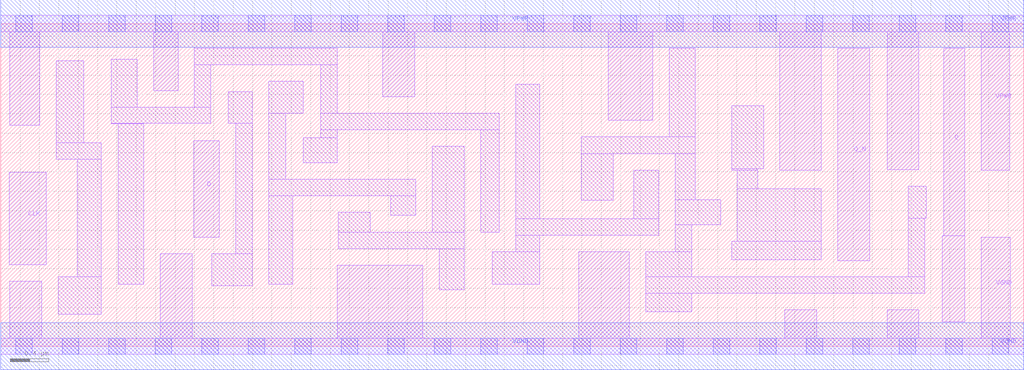
<source format=lef>
# Copyright 2020 The SkyWater PDK Authors
#
# Licensed under the Apache License, Version 2.0 (the "License");
# you may not use this file except in compliance with the License.
# You may obtain a copy of the License at
#
#     https://www.apache.org/licenses/LICENSE-2.0
#
# Unless required by applicable law or agreed to in writing, software
# distributed under the License is distributed on an "AS IS" BASIS,
# WITHOUT WARRANTIES OR CONDITIONS OF ANY KIND, either express or implied.
# See the License for the specific language governing permissions and
# limitations under the License.
#
# SPDX-License-Identifier: Apache-2.0

VERSION 5.7 ;
  NAMESCASESENSITIVE ON ;
  NOWIREEXTENSIONATPIN ON ;
  DIVIDERCHAR "/" ;
  BUSBITCHARS "[]" ;
UNITS
  DATABASE MICRONS 200 ;
END UNITS
MACRO sky130_fd_sc_lp__dfxbp_2
  CLASS CORE ;
  SOURCE USER ;
  FOREIGN sky130_fd_sc_lp__dfxbp_2 ;
  ORIGIN  0.000000  0.000000 ;
  SIZE  10.56000 BY  3.330000 ;
  SYMMETRY X Y R90 ;
  SITE unit ;
  PIN D
    ANTENNAGATEAREA  0.126000 ;
    DIRECTION INPUT ;
    USE SIGNAL ;
    PORT
      LAYER li1 ;
        RECT 1.995000 1.125000 2.255000 2.120000 ;
    END
  END D
  PIN Q
    ANTENNADIFFAREA  0.588000 ;
    DIRECTION OUTPUT ;
    USE SIGNAL ;
    PORT
      LAYER li1 ;
        RECT 9.720000 0.255000 9.955000 1.140000 ;
        RECT 9.735000 1.140000 9.955000 3.075000 ;
    END
  END Q
  PIN Q_N
    ANTENNADIFFAREA  0.588000 ;
    DIRECTION OUTPUT ;
    USE SIGNAL ;
    PORT
      LAYER li1 ;
        RECT 8.640000 0.885000 8.970000 3.075000 ;
    END
  END Q_N
  PIN CLK
    ANTENNAGATEAREA  0.159000 ;
    DIRECTION INPUT ;
    USE CLOCK ;
    PORT
      LAYER li1 ;
        RECT 0.090000 0.840000 0.470000 1.795000 ;
    END
  END CLK
  PIN VGND
    DIRECTION INOUT ;
    USE GROUND ;
    PORT
      LAYER li1 ;
        RECT  0.000000 -0.085000 10.560000 0.085000 ;
        RECT  0.095000  0.085000  0.425000 0.670000 ;
        RECT  1.645000  0.085000  1.975000 0.955000 ;
        RECT  3.475000  0.085000  4.355000 0.835000 ;
        RECT  5.970000  0.085000  6.490000 0.975000 ;
        RECT  8.095000  0.085000  8.425000 0.375000 ;
        RECT  9.150000  0.085000  9.480000 0.375000 ;
        RECT 10.125000  0.085000 10.420000 1.125000 ;
      LAYER mcon ;
        RECT  0.155000 -0.085000  0.325000 0.085000 ;
        RECT  0.635000 -0.085000  0.805000 0.085000 ;
        RECT  1.115000 -0.085000  1.285000 0.085000 ;
        RECT  1.595000 -0.085000  1.765000 0.085000 ;
        RECT  2.075000 -0.085000  2.245000 0.085000 ;
        RECT  2.555000 -0.085000  2.725000 0.085000 ;
        RECT  3.035000 -0.085000  3.205000 0.085000 ;
        RECT  3.515000 -0.085000  3.685000 0.085000 ;
        RECT  3.995000 -0.085000  4.165000 0.085000 ;
        RECT  4.475000 -0.085000  4.645000 0.085000 ;
        RECT  4.955000 -0.085000  5.125000 0.085000 ;
        RECT  5.435000 -0.085000  5.605000 0.085000 ;
        RECT  5.915000 -0.085000  6.085000 0.085000 ;
        RECT  6.395000 -0.085000  6.565000 0.085000 ;
        RECT  6.875000 -0.085000  7.045000 0.085000 ;
        RECT  7.355000 -0.085000  7.525000 0.085000 ;
        RECT  7.835000 -0.085000  8.005000 0.085000 ;
        RECT  8.315000 -0.085000  8.485000 0.085000 ;
        RECT  8.795000 -0.085000  8.965000 0.085000 ;
        RECT  9.275000 -0.085000  9.445000 0.085000 ;
        RECT  9.755000 -0.085000  9.925000 0.085000 ;
        RECT 10.235000 -0.085000 10.405000 0.085000 ;
      LAYER met1 ;
        RECT 0.000000 -0.245000 10.560000 0.245000 ;
    END
  END VGND
  PIN VPWR
    DIRECTION INOUT ;
    USE POWER ;
    PORT
      LAYER li1 ;
        RECT  0.000000 3.245000 10.560000 3.415000 ;
        RECT  0.095000 2.280000  0.405000 3.245000 ;
        RECT  1.580000 2.640000  1.830000 3.245000 ;
        RECT  3.945000 2.575000  4.275000 3.245000 ;
        RECT  6.270000 2.335000  6.730000 3.245000 ;
        RECT  8.045000 1.815000  8.470000 3.245000 ;
        RECT  9.150000 1.820000  9.480000 3.245000 ;
        RECT 10.125000 1.815000 10.415000 3.245000 ;
      LAYER mcon ;
        RECT  0.155000 3.245000  0.325000 3.415000 ;
        RECT  0.635000 3.245000  0.805000 3.415000 ;
        RECT  1.115000 3.245000  1.285000 3.415000 ;
        RECT  1.595000 3.245000  1.765000 3.415000 ;
        RECT  2.075000 3.245000  2.245000 3.415000 ;
        RECT  2.555000 3.245000  2.725000 3.415000 ;
        RECT  3.035000 3.245000  3.205000 3.415000 ;
        RECT  3.515000 3.245000  3.685000 3.415000 ;
        RECT  3.995000 3.245000  4.165000 3.415000 ;
        RECT  4.475000 3.245000  4.645000 3.415000 ;
        RECT  4.955000 3.245000  5.125000 3.415000 ;
        RECT  5.435000 3.245000  5.605000 3.415000 ;
        RECT  5.915000 3.245000  6.085000 3.415000 ;
        RECT  6.395000 3.245000  6.565000 3.415000 ;
        RECT  6.875000 3.245000  7.045000 3.415000 ;
        RECT  7.355000 3.245000  7.525000 3.415000 ;
        RECT  7.835000 3.245000  8.005000 3.415000 ;
        RECT  8.315000 3.245000  8.485000 3.415000 ;
        RECT  8.795000 3.245000  8.965000 3.415000 ;
        RECT  9.275000 3.245000  9.445000 3.415000 ;
        RECT  9.755000 3.245000  9.925000 3.415000 ;
        RECT 10.235000 3.245000 10.405000 3.415000 ;
      LAYER met1 ;
        RECT 0.000000 3.085000 10.560000 3.575000 ;
    END
  END VPWR
  OBS
    LAYER li1 ;
      RECT 0.575000 1.930000 1.040000 2.100000 ;
      RECT 0.575000 2.100000 0.855000 2.950000 ;
      RECT 0.595000 0.330000 1.040000 0.720000 ;
      RECT 0.790000 0.720000 1.040000 1.930000 ;
      RECT 1.140000 2.295000 1.475000 2.300000 ;
      RECT 1.140000 2.300000 2.170000 2.470000 ;
      RECT 1.140000 2.470000 1.410000 2.965000 ;
      RECT 1.215000 0.640000 1.475000 2.295000 ;
      RECT 2.000000 2.470000 2.170000 2.905000 ;
      RECT 2.000000 2.905000 3.475000 3.075000 ;
      RECT 2.180000 0.625000 2.595000 0.955000 ;
      RECT 2.350000 2.300000 2.595000 2.630000 ;
      RECT 2.425000 0.955000 2.595000 2.300000 ;
      RECT 2.765000 0.640000 3.015000 1.555000 ;
      RECT 2.765000 1.555000 4.285000 1.725000 ;
      RECT 2.765000 1.725000 2.945000 2.405000 ;
      RECT 2.765000 2.405000 3.125000 2.735000 ;
      RECT 3.125000 1.895000 3.475000 2.155000 ;
      RECT 3.305000 2.155000 3.475000 2.235000 ;
      RECT 3.305000 2.235000 5.145000 2.405000 ;
      RECT 3.305000 2.405000 3.475000 2.905000 ;
      RECT 3.485000 1.005000 4.785000 1.175000 ;
      RECT 3.485000 1.175000 3.815000 1.385000 ;
      RECT 4.025000 1.355000 4.285000 1.555000 ;
      RECT 4.455000 1.175000 4.785000 2.065000 ;
      RECT 4.525000 0.585000 4.785000 1.005000 ;
      RECT 4.955000 1.175000 5.145000 2.235000 ;
      RECT 5.075000 0.640000 5.565000 0.975000 ;
      RECT 5.315000 0.975000 5.565000 1.145000 ;
      RECT 5.315000 1.145000 6.795000 1.315000 ;
      RECT 5.315000 1.315000 5.565000 2.705000 ;
      RECT 5.995000 1.505000 6.325000 1.985000 ;
      RECT 5.995000 1.985000 7.170000 2.165000 ;
      RECT 6.535000 1.315000 6.795000 1.815000 ;
      RECT 6.660000 0.355000 7.135000 0.545000 ;
      RECT 6.660000 0.545000 9.540000 0.715000 ;
      RECT 6.660000 0.715000 7.135000 0.975000 ;
      RECT 6.900000 2.165000 7.170000 3.075000 ;
      RECT 6.965000 0.975000 7.135000 1.255000 ;
      RECT 6.965000 1.255000 7.435000 1.515000 ;
      RECT 6.965000 1.515000 7.170000 1.985000 ;
      RECT 7.545000 0.895000 8.470000 1.085000 ;
      RECT 7.545000 1.815000 7.815000 1.830000 ;
      RECT 7.545000 1.830000 7.875000 2.485000 ;
      RECT 7.605000 1.085000 8.470000 1.625000 ;
      RECT 7.605000 1.625000 7.815000 1.815000 ;
      RECT 9.370000 0.715000 9.540000 1.320000 ;
      RECT 9.370000 1.320000 9.555000 1.650000 ;
  END
END sky130_fd_sc_lp__dfxbp_2

</source>
